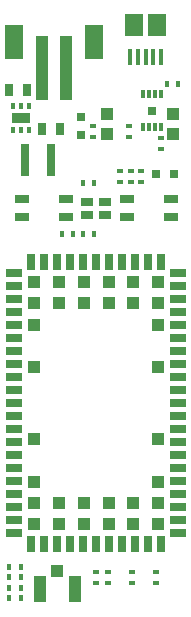
<source format=gtp>
G75*
%MOIN*%
%OFA0B0*%
%FSLAX25Y25*%
%IPPOS*%
%LPD*%
%AMOC8*
5,1,8,0,0,1.08239X$1,22.5*
%
%ADD10R,0.01575X0.05315*%
%ADD11R,0.05906X0.07480*%
%ADD12R,0.04921X0.02559*%
%ADD13R,0.03150X0.03150*%
%ADD14R,0.02400X0.01800*%
%ADD15R,0.04134X0.08661*%
%ADD16R,0.03937X0.04134*%
%ADD17R,0.01800X0.02400*%
%ADD18R,0.02756X0.05512*%
%ADD19R,0.05512X0.02756*%
%ADD20R,0.03937X0.03937*%
%ADD21R,0.03937X0.03150*%
%ADD22R,0.06299X0.11811*%
%ADD23R,0.03937X0.21654*%
%ADD24R,0.02800X0.04100*%
%ADD25R,0.01181X0.03150*%
%ADD26R,0.02600X0.02600*%
%ADD27R,0.03937X0.04331*%
%ADD28R,0.06299X0.03543*%
%ADD29R,0.01181X0.02362*%
%ADD30R,0.03150X0.10630*%
D10*
X0089045Y0187969D03*
X0091604Y0187969D03*
X0094163Y0187969D03*
X0096723Y0187969D03*
X0099282Y0187969D03*
D11*
X0098100Y0198500D03*
X0090226Y0198461D03*
D12*
X0087782Y0140551D03*
X0087782Y0134449D03*
X0102545Y0134449D03*
X0102545Y0140551D03*
X0067545Y0140551D03*
X0067545Y0134449D03*
X0052782Y0134449D03*
X0052782Y0140551D03*
D13*
X0072663Y0162047D03*
X0072663Y0167953D03*
X0097711Y0149000D03*
X0103616Y0149000D03*
D14*
X0092663Y0149900D03*
X0089163Y0149900D03*
X0085663Y0149900D03*
X0085663Y0146100D03*
X0089163Y0146100D03*
X0092663Y0146100D03*
X0099163Y0157100D03*
X0099163Y0160900D03*
X0088663Y0161100D03*
X0088663Y0164900D03*
X0076663Y0164900D03*
X0076663Y0161100D03*
X0077663Y0016400D03*
X0081663Y0016400D03*
X0089663Y0016400D03*
X0089663Y0012600D03*
X0081663Y0012600D03*
X0077663Y0012600D03*
X0097663Y0012600D03*
X0097663Y0016400D03*
D15*
X0070471Y0010500D03*
X0058856Y0010500D03*
D16*
X0064663Y0016514D03*
D17*
X0048763Y0007500D03*
X0052563Y0007500D03*
X0052563Y0011000D03*
X0052563Y0014500D03*
X0048763Y0014500D03*
X0048763Y0011000D03*
X0048763Y0018000D03*
X0052563Y0018000D03*
X0066263Y0129000D03*
X0070063Y0129000D03*
X0073263Y0129000D03*
X0077063Y0129000D03*
X0077063Y0146000D03*
X0073263Y0146000D03*
X0101263Y0179000D03*
X0105063Y0179000D03*
D18*
X0099317Y0119547D03*
X0094986Y0119547D03*
X0090656Y0119547D03*
X0086325Y0119547D03*
X0081994Y0119547D03*
X0077663Y0119547D03*
X0073333Y0119547D03*
X0069002Y0119547D03*
X0064671Y0119547D03*
X0060341Y0119547D03*
X0056010Y0119547D03*
X0056010Y0025453D03*
X0060341Y0025453D03*
X0064671Y0025453D03*
X0069002Y0025453D03*
X0073333Y0025453D03*
X0077663Y0025453D03*
X0081994Y0025453D03*
X0086325Y0025453D03*
X0090656Y0025453D03*
X0094986Y0025453D03*
X0099317Y0025453D03*
D19*
X0105026Y0029193D03*
X0105026Y0033524D03*
X0105026Y0037854D03*
X0105026Y0042185D03*
X0105026Y0046516D03*
X0105026Y0050846D03*
X0105026Y0055177D03*
X0105026Y0059508D03*
X0105026Y0063839D03*
X0105026Y0068169D03*
X0105026Y0072500D03*
X0105026Y0076831D03*
X0105026Y0081161D03*
X0105026Y0085492D03*
X0105026Y0089823D03*
X0105026Y0094154D03*
X0105026Y0098484D03*
X0105026Y0102815D03*
X0105026Y0107146D03*
X0105026Y0111476D03*
X0105026Y0115807D03*
X0050301Y0115807D03*
X0050301Y0111476D03*
X0050301Y0107146D03*
X0050301Y0102815D03*
X0050301Y0098484D03*
X0050301Y0094154D03*
X0050301Y0089823D03*
X0050301Y0085492D03*
X0050301Y0081161D03*
X0050301Y0076831D03*
X0050301Y0072500D03*
X0050301Y0068169D03*
X0050301Y0063839D03*
X0050301Y0059508D03*
X0050301Y0055177D03*
X0050301Y0050846D03*
X0050301Y0046516D03*
X0050301Y0042185D03*
X0050301Y0037854D03*
X0050301Y0033524D03*
X0050301Y0029193D03*
D20*
X0056994Y0032146D03*
X0065262Y0032146D03*
X0073530Y0032146D03*
X0081797Y0032146D03*
X0090065Y0032146D03*
X0098333Y0032146D03*
X0098333Y0039232D03*
X0090065Y0039232D03*
X0081797Y0039232D03*
X0073530Y0039232D03*
X0065262Y0039232D03*
X0056994Y0039232D03*
X0056994Y0046319D03*
X0056994Y0060492D03*
X0098333Y0060492D03*
X0098333Y0046319D03*
X0098333Y0084508D03*
X0098333Y0098681D03*
X0098333Y0105768D03*
X0090065Y0105768D03*
X0081797Y0105768D03*
X0073530Y0105768D03*
X0065262Y0105768D03*
X0056994Y0105768D03*
X0056994Y0112854D03*
X0065262Y0112854D03*
X0073530Y0112854D03*
X0081797Y0112854D03*
X0090065Y0112854D03*
X0098333Y0112854D03*
X0056994Y0098681D03*
X0056994Y0084508D03*
D21*
X0074711Y0135335D03*
X0080616Y0135335D03*
X0080616Y0139665D03*
X0074711Y0139665D03*
D22*
X0077049Y0193063D03*
X0050278Y0193063D03*
D23*
X0059726Y0184126D03*
X0067600Y0184126D03*
D24*
X0054604Y0177024D03*
X0048704Y0177024D03*
X0059693Y0164019D03*
X0065593Y0164019D03*
D25*
X0093211Y0164488D03*
X0095179Y0164488D03*
X0097148Y0164488D03*
X0099116Y0164488D03*
X0099116Y0175512D03*
X0097148Y0175512D03*
X0095179Y0175512D03*
X0093211Y0175512D03*
D26*
X0096163Y0170000D03*
D27*
X0103163Y0168846D03*
X0103163Y0162154D03*
X0081163Y0162154D03*
X0081163Y0168846D03*
D28*
X0052663Y0167500D03*
D29*
X0052663Y0171437D03*
X0050104Y0171437D03*
X0055223Y0171437D03*
X0055223Y0163563D03*
X0052663Y0163563D03*
X0050104Y0163563D03*
D30*
X0053824Y0153525D03*
X0062486Y0153525D03*
M02*

</source>
